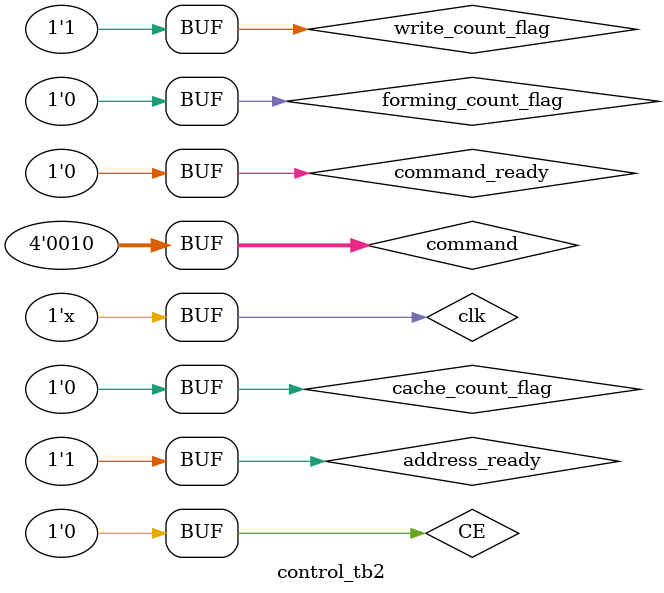
<source format=v>
`timescale 1ns/1ns

module control_tb2;
 reg clk;
 reg CE;
 reg ALE;
 reg CLE;
 reg[3:0] command;
 reg address_ready;
 reg command_ready;
 reg cache_count_flag;
 reg forming_count_flag;
 reg write_count_flag;
 wire forming_writeread;
 wire we_writeread;
 wire re_writeread;
 wire WE_L;
 wire RE_L;
 wire en_decoder;
 wire en_state_count;
 wire RB;
 control U1(clk,CE,ALE,CLE,command,address_ready,command_ready,cache_count_flag,forming_count_flag,write_count_flag,we_writeread,re_writeread,forming_writeread,WE_L,RE_L,en_decoder,en_state_count,RB);
 always
  #5 clk=~clk;
 initial
  begin
   clk=1;
   CE=1;
   address_ready=0;
   command_ready=0;
   cache_count_flag=0;
   forming_count_flag=0;
   write_count_flag=0;
   #5 CE=0;               //初始化到S0状态
   end
  initial
   begin
    #15 command=4'b0100;  //t=15时 输入写命令的第一指令 下一周期进入S1状态 将再t=20进入S1
	#40 address_ready=1;  //t=55时 地址准备好了 预计将进入S5状态  t=60正式进入S5
   end
  initial
   begin
    #85 command=5'b0010; //t=85时输入写的第二指令，t=90进入s8
	#40 write_count_flag=1; //t=120s重新回到S0状态
   end	
 endmodule
</source>
